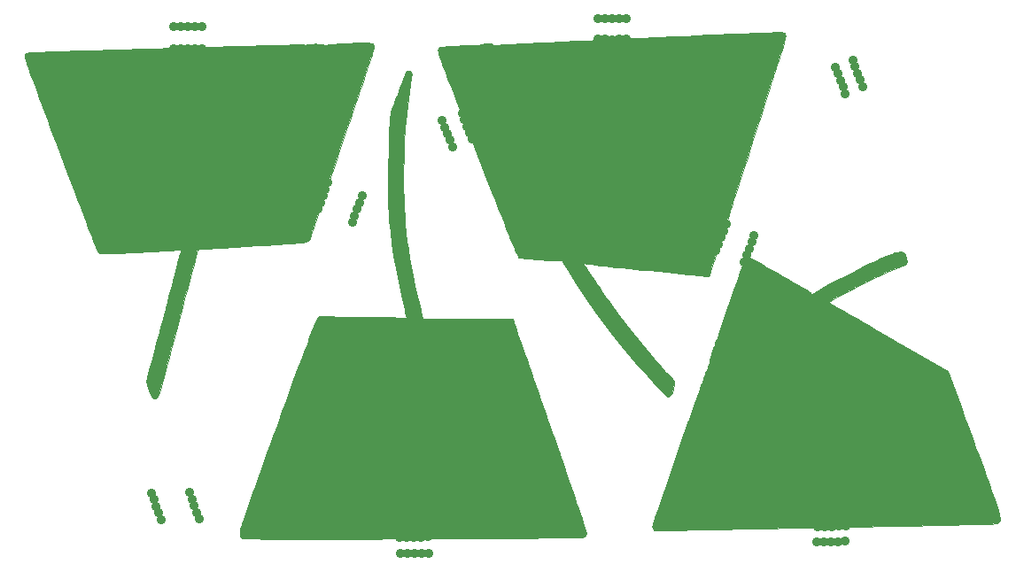
<source format=gbr>
G04 #@! TF.GenerationSoftware,KiCad,Pcbnew,5.0.0-fee4fd1~66~ubuntu16.04.1*
G04 #@! TF.CreationDate,2018-10-06T10:52:46+08:00*
G04 #@! TF.ProjectId,corners,636F726E6572732E6B696361645F7063,rev?*
G04 #@! TF.SameCoordinates,Original*
G04 #@! TF.FileFunction,Soldermask,Top*
G04 #@! TF.FilePolarity,Negative*
%FSLAX46Y46*%
G04 Gerber Fmt 4.6, Leading zero omitted, Abs format (unit mm)*
G04 Created by KiCad (PCBNEW 5.0.0-fee4fd1~66~ubuntu16.04.1) date Sat Oct  6 10:52:46 2018*
%MOMM*%
%LPD*%
G01*
G04 APERTURE LIST*
%ADD10C,0.010000*%
%ADD11C,0.900000*%
G04 APERTURE END LIST*
D10*
G04 #@! TO.C,*
G36*
X168908198Y-50429710D02*
X168965095Y-50434783D01*
X169093001Y-50461296D01*
X169163070Y-50495741D01*
X169200643Y-50561844D01*
X169231064Y-50683329D01*
X169231189Y-50683885D01*
X169240379Y-50728736D01*
X169245521Y-50774209D01*
X169244660Y-50827713D01*
X169235842Y-50896656D01*
X169217113Y-50988448D01*
X169186516Y-51110498D01*
X169142099Y-51270214D01*
X169081907Y-51475004D01*
X169003984Y-51732278D01*
X168906376Y-52049445D01*
X168787129Y-52433912D01*
X168670976Y-52807333D01*
X168569078Y-53134306D01*
X168465307Y-53466294D01*
X168358516Y-53806872D01*
X168247560Y-54159616D01*
X168131294Y-54528102D01*
X168008572Y-54915906D01*
X167878249Y-55326603D01*
X167739180Y-55763769D01*
X167590220Y-56230980D01*
X167430223Y-56731811D01*
X167258044Y-57269839D01*
X167072538Y-57848638D01*
X166872559Y-58471786D01*
X166656962Y-59142857D01*
X166424602Y-59865427D01*
X166174333Y-60643072D01*
X165905010Y-61479368D01*
X165615488Y-62377890D01*
X165304622Y-63342214D01*
X164971266Y-64375916D01*
X164614275Y-65482572D01*
X164232503Y-66665757D01*
X164182836Y-66819667D01*
X163957200Y-67518870D01*
X163737014Y-68201183D01*
X163523848Y-68861743D01*
X163319271Y-69495688D01*
X163124853Y-70098155D01*
X162942161Y-70664283D01*
X162772765Y-71189210D01*
X162618234Y-71668073D01*
X162480138Y-72096011D01*
X162360044Y-72468161D01*
X162259523Y-72779661D01*
X162180142Y-73025649D01*
X162123472Y-73201263D01*
X162091081Y-73301641D01*
X162089271Y-73307250D01*
X162027524Y-73488370D01*
X161971143Y-73635303D01*
X161926763Y-73731866D01*
X161902664Y-73762333D01*
X161848992Y-73758128D01*
X161712844Y-73745627D01*
X161495989Y-73725004D01*
X161200192Y-73696432D01*
X160827221Y-73660086D01*
X160378844Y-73616138D01*
X159856826Y-73564763D01*
X159262935Y-73506134D01*
X158598938Y-73440423D01*
X157866602Y-73367806D01*
X157067695Y-73288455D01*
X156274000Y-73209513D01*
X155596071Y-73141501D01*
X154927820Y-73073408D01*
X154276156Y-73005991D01*
X153647990Y-72940006D01*
X153050231Y-72876209D01*
X152489789Y-72815356D01*
X151973576Y-72758202D01*
X151508500Y-72705503D01*
X151101471Y-72658016D01*
X150759401Y-72616496D01*
X150489198Y-72581699D01*
X150330049Y-72559304D01*
X150161316Y-72534751D01*
X150028768Y-72516768D01*
X149951273Y-72507849D01*
X149939003Y-72507615D01*
X149956850Y-72546134D01*
X150016969Y-72646735D01*
X150114078Y-72801452D01*
X150242894Y-73002315D01*
X150398132Y-73241358D01*
X150574512Y-73510615D01*
X150766749Y-73802116D01*
X150969560Y-74107896D01*
X151177662Y-74419986D01*
X151385773Y-74730420D01*
X151588609Y-75031230D01*
X151780888Y-75314449D01*
X151957325Y-75572109D01*
X152112639Y-75796244D01*
X152230672Y-75963667D01*
X153298408Y-77418707D01*
X154433310Y-78886054D01*
X155622673Y-80349915D01*
X156853795Y-81794499D01*
X157594419Y-82631167D01*
X157805649Y-82865949D01*
X158002205Y-83083549D01*
X158175899Y-83274967D01*
X158318539Y-83431208D01*
X158421938Y-83543272D01*
X158477904Y-83602161D01*
X158480633Y-83604833D01*
X158590291Y-83756314D01*
X158639999Y-83946154D01*
X158629981Y-84180863D01*
X158560462Y-84466947D01*
X158514961Y-84600195D01*
X158423573Y-84839018D01*
X158346878Y-85009257D01*
X158277278Y-85124005D01*
X158207173Y-85196355D01*
X158148845Y-85231059D01*
X158051934Y-85266015D01*
X157968432Y-85265294D01*
X157878271Y-85221289D01*
X157761385Y-85126394D01*
X157683741Y-85054750D01*
X157577637Y-84949725D01*
X157423789Y-84790253D01*
X157230468Y-84585381D01*
X157005940Y-84344154D01*
X156758475Y-84075618D01*
X156496339Y-83788819D01*
X156227801Y-83492803D01*
X155961130Y-83196616D01*
X155704593Y-82909303D01*
X155466458Y-82639911D01*
X155255727Y-82398333D01*
X153876185Y-80757315D01*
X152548869Y-79085916D01*
X151280793Y-77393638D01*
X150078975Y-75689983D01*
X148950432Y-73984455D01*
X148421167Y-73142596D01*
X147870833Y-72251567D01*
X147595667Y-72270958D01*
X147415358Y-72275625D01*
X147159850Y-72269370D01*
X146827628Y-72252093D01*
X146417175Y-72223690D01*
X145926978Y-72184062D01*
X145355520Y-72133104D01*
X144886333Y-72088708D01*
X144591494Y-72060411D01*
X144323592Y-72035027D01*
X144094444Y-72013650D01*
X143915865Y-71997373D01*
X143799671Y-71987288D01*
X143758754Y-71984402D01*
X143726192Y-71950595D01*
X143668758Y-71848310D01*
X143585855Y-71676162D01*
X143476888Y-71432768D01*
X143341262Y-71116742D01*
X143178381Y-70726701D01*
X142987649Y-70261261D01*
X142768471Y-69719036D01*
X142559614Y-69197379D01*
X142324877Y-68607339D01*
X142066120Y-67954027D01*
X141786186Y-67244755D01*
X141487913Y-66486833D01*
X141174143Y-65687570D01*
X140847716Y-64854277D01*
X140511472Y-63994265D01*
X140168252Y-63114844D01*
X139820895Y-62223324D01*
X139472243Y-61327016D01*
X139125135Y-60433229D01*
X138782411Y-59549275D01*
X138446914Y-58682464D01*
X138121481Y-57840105D01*
X137808955Y-57029510D01*
X137512175Y-56257988D01*
X137233982Y-55532850D01*
X136977215Y-54861407D01*
X136744716Y-54250968D01*
X136539325Y-53708844D01*
X136461066Y-53501260D01*
X136311348Y-53099671D01*
X136193613Y-52769365D01*
X136108564Y-52502948D01*
X136056904Y-52293026D01*
X136039335Y-52132206D01*
X136056560Y-52013094D01*
X136109283Y-51928297D01*
X136198205Y-51870421D01*
X136324029Y-51832073D01*
X136487459Y-51805858D01*
X136623639Y-51790866D01*
X136857665Y-51770385D01*
X137159898Y-51748734D01*
X137513900Y-51726778D01*
X137903236Y-51705381D01*
X138311470Y-51685405D01*
X138722165Y-51667716D01*
X139118886Y-51653175D01*
X139406437Y-51644619D01*
X139712721Y-51634581D01*
X139946591Y-51621811D01*
X140120283Y-51605125D01*
X140246034Y-51583341D01*
X140336082Y-51555274D01*
X140337770Y-51554571D01*
X140480421Y-51519241D01*
X140668548Y-51504884D01*
X140873485Y-51510117D01*
X141066568Y-51533560D01*
X141219132Y-51573829D01*
X141270824Y-51599555D01*
X141370735Y-51638885D01*
X141516236Y-51647566D01*
X141613944Y-51641238D01*
X141704990Y-51634801D01*
X141875394Y-51624652D01*
X142119943Y-51611045D01*
X142433422Y-51594234D01*
X142810617Y-51574475D01*
X143246313Y-51552022D01*
X143735295Y-51527130D01*
X144272350Y-51500053D01*
X144852262Y-51471047D01*
X145469816Y-51440366D01*
X146119799Y-51408264D01*
X146796997Y-51374997D01*
X147496193Y-51340819D01*
X148212174Y-51305984D01*
X148939726Y-51270748D01*
X149673633Y-51235366D01*
X150408682Y-51200091D01*
X151139658Y-51165179D01*
X151861345Y-51130884D01*
X152568531Y-51097461D01*
X153255999Y-51065165D01*
X153918537Y-51034250D01*
X154550928Y-51004972D01*
X155147959Y-50977584D01*
X155704415Y-50952342D01*
X155871833Y-50944814D01*
X156364244Y-50922710D01*
X156914207Y-50897996D01*
X157497628Y-50871758D01*
X158090413Y-50845078D01*
X158668469Y-50819042D01*
X159207700Y-50794733D01*
X159639500Y-50775247D01*
X160787442Y-50723801D01*
X161864655Y-50676326D01*
X162870135Y-50632859D01*
X163802875Y-50593435D01*
X164661868Y-50558092D01*
X165446108Y-50526867D01*
X166154590Y-50499797D01*
X166786307Y-50476917D01*
X167340252Y-50458265D01*
X167815421Y-50443878D01*
X168210806Y-50433792D01*
X168525401Y-50428045D01*
X168758200Y-50426671D01*
X168908198Y-50429710D01*
X168908198Y-50429710D01*
G37*
X168908198Y-50429710D02*
X168965095Y-50434783D01*
X169093001Y-50461296D01*
X169163070Y-50495741D01*
X169200643Y-50561844D01*
X169231064Y-50683329D01*
X169231189Y-50683885D01*
X169240379Y-50728736D01*
X169245521Y-50774209D01*
X169244660Y-50827713D01*
X169235842Y-50896656D01*
X169217113Y-50988448D01*
X169186516Y-51110498D01*
X169142099Y-51270214D01*
X169081907Y-51475004D01*
X169003984Y-51732278D01*
X168906376Y-52049445D01*
X168787129Y-52433912D01*
X168670976Y-52807333D01*
X168569078Y-53134306D01*
X168465307Y-53466294D01*
X168358516Y-53806872D01*
X168247560Y-54159616D01*
X168131294Y-54528102D01*
X168008572Y-54915906D01*
X167878249Y-55326603D01*
X167739180Y-55763769D01*
X167590220Y-56230980D01*
X167430223Y-56731811D01*
X167258044Y-57269839D01*
X167072538Y-57848638D01*
X166872559Y-58471786D01*
X166656962Y-59142857D01*
X166424602Y-59865427D01*
X166174333Y-60643072D01*
X165905010Y-61479368D01*
X165615488Y-62377890D01*
X165304622Y-63342214D01*
X164971266Y-64375916D01*
X164614275Y-65482572D01*
X164232503Y-66665757D01*
X164182836Y-66819667D01*
X163957200Y-67518870D01*
X163737014Y-68201183D01*
X163523848Y-68861743D01*
X163319271Y-69495688D01*
X163124853Y-70098155D01*
X162942161Y-70664283D01*
X162772765Y-71189210D01*
X162618234Y-71668073D01*
X162480138Y-72096011D01*
X162360044Y-72468161D01*
X162259523Y-72779661D01*
X162180142Y-73025649D01*
X162123472Y-73201263D01*
X162091081Y-73301641D01*
X162089271Y-73307250D01*
X162027524Y-73488370D01*
X161971143Y-73635303D01*
X161926763Y-73731866D01*
X161902664Y-73762333D01*
X161848992Y-73758128D01*
X161712844Y-73745627D01*
X161495989Y-73725004D01*
X161200192Y-73696432D01*
X160827221Y-73660086D01*
X160378844Y-73616138D01*
X159856826Y-73564763D01*
X159262935Y-73506134D01*
X158598938Y-73440423D01*
X157866602Y-73367806D01*
X157067695Y-73288455D01*
X156274000Y-73209513D01*
X155596071Y-73141501D01*
X154927820Y-73073408D01*
X154276156Y-73005991D01*
X153647990Y-72940006D01*
X153050231Y-72876209D01*
X152489789Y-72815356D01*
X151973576Y-72758202D01*
X151508500Y-72705503D01*
X151101471Y-72658016D01*
X150759401Y-72616496D01*
X150489198Y-72581699D01*
X150330049Y-72559304D01*
X150161316Y-72534751D01*
X150028768Y-72516768D01*
X149951273Y-72507849D01*
X149939003Y-72507615D01*
X149956850Y-72546134D01*
X150016969Y-72646735D01*
X150114078Y-72801452D01*
X150242894Y-73002315D01*
X150398132Y-73241358D01*
X150574512Y-73510615D01*
X150766749Y-73802116D01*
X150969560Y-74107896D01*
X151177662Y-74419986D01*
X151385773Y-74730420D01*
X151588609Y-75031230D01*
X151780888Y-75314449D01*
X151957325Y-75572109D01*
X152112639Y-75796244D01*
X152230672Y-75963667D01*
X153298408Y-77418707D01*
X154433310Y-78886054D01*
X155622673Y-80349915D01*
X156853795Y-81794499D01*
X157594419Y-82631167D01*
X157805649Y-82865949D01*
X158002205Y-83083549D01*
X158175899Y-83274967D01*
X158318539Y-83431208D01*
X158421938Y-83543272D01*
X158477904Y-83602161D01*
X158480633Y-83604833D01*
X158590291Y-83756314D01*
X158639999Y-83946154D01*
X158629981Y-84180863D01*
X158560462Y-84466947D01*
X158514961Y-84600195D01*
X158423573Y-84839018D01*
X158346878Y-85009257D01*
X158277278Y-85124005D01*
X158207173Y-85196355D01*
X158148845Y-85231059D01*
X158051934Y-85266015D01*
X157968432Y-85265294D01*
X157878271Y-85221289D01*
X157761385Y-85126394D01*
X157683741Y-85054750D01*
X157577637Y-84949725D01*
X157423789Y-84790253D01*
X157230468Y-84585381D01*
X157005940Y-84344154D01*
X156758475Y-84075618D01*
X156496339Y-83788819D01*
X156227801Y-83492803D01*
X155961130Y-83196616D01*
X155704593Y-82909303D01*
X155466458Y-82639911D01*
X155255727Y-82398333D01*
X153876185Y-80757315D01*
X152548869Y-79085916D01*
X151280793Y-77393638D01*
X150078975Y-75689983D01*
X148950432Y-73984455D01*
X148421167Y-73142596D01*
X147870833Y-72251567D01*
X147595667Y-72270958D01*
X147415358Y-72275625D01*
X147159850Y-72269370D01*
X146827628Y-72252093D01*
X146417175Y-72223690D01*
X145926978Y-72184062D01*
X145355520Y-72133104D01*
X144886333Y-72088708D01*
X144591494Y-72060411D01*
X144323592Y-72035027D01*
X144094444Y-72013650D01*
X143915865Y-71997373D01*
X143799671Y-71987288D01*
X143758754Y-71984402D01*
X143726192Y-71950595D01*
X143668758Y-71848310D01*
X143585855Y-71676162D01*
X143476888Y-71432768D01*
X143341262Y-71116742D01*
X143178381Y-70726701D01*
X142987649Y-70261261D01*
X142768471Y-69719036D01*
X142559614Y-69197379D01*
X142324877Y-68607339D01*
X142066120Y-67954027D01*
X141786186Y-67244755D01*
X141487913Y-66486833D01*
X141174143Y-65687570D01*
X140847716Y-64854277D01*
X140511472Y-63994265D01*
X140168252Y-63114844D01*
X139820895Y-62223324D01*
X139472243Y-61327016D01*
X139125135Y-60433229D01*
X138782411Y-59549275D01*
X138446914Y-58682464D01*
X138121481Y-57840105D01*
X137808955Y-57029510D01*
X137512175Y-56257988D01*
X137233982Y-55532850D01*
X136977215Y-54861407D01*
X136744716Y-54250968D01*
X136539325Y-53708844D01*
X136461066Y-53501260D01*
X136311348Y-53099671D01*
X136193613Y-52769365D01*
X136108564Y-52502948D01*
X136056904Y-52293026D01*
X136039335Y-52132206D01*
X136056560Y-52013094D01*
X136109283Y-51928297D01*
X136198205Y-51870421D01*
X136324029Y-51832073D01*
X136487459Y-51805858D01*
X136623639Y-51790866D01*
X136857665Y-51770385D01*
X137159898Y-51748734D01*
X137513900Y-51726778D01*
X137903236Y-51705381D01*
X138311470Y-51685405D01*
X138722165Y-51667716D01*
X139118886Y-51653175D01*
X139406437Y-51644619D01*
X139712721Y-51634581D01*
X139946591Y-51621811D01*
X140120283Y-51605125D01*
X140246034Y-51583341D01*
X140336082Y-51555274D01*
X140337770Y-51554571D01*
X140480421Y-51519241D01*
X140668548Y-51504884D01*
X140873485Y-51510117D01*
X141066568Y-51533560D01*
X141219132Y-51573829D01*
X141270824Y-51599555D01*
X141370735Y-51638885D01*
X141516236Y-51647566D01*
X141613944Y-51641238D01*
X141704990Y-51634801D01*
X141875394Y-51624652D01*
X142119943Y-51611045D01*
X142433422Y-51594234D01*
X142810617Y-51574475D01*
X143246313Y-51552022D01*
X143735295Y-51527130D01*
X144272350Y-51500053D01*
X144852262Y-51471047D01*
X145469816Y-51440366D01*
X146119799Y-51408264D01*
X146796997Y-51374997D01*
X147496193Y-51340819D01*
X148212174Y-51305984D01*
X148939726Y-51270748D01*
X149673633Y-51235366D01*
X150408682Y-51200091D01*
X151139658Y-51165179D01*
X151861345Y-51130884D01*
X152568531Y-51097461D01*
X153255999Y-51065165D01*
X153918537Y-51034250D01*
X154550928Y-51004972D01*
X155147959Y-50977584D01*
X155704415Y-50952342D01*
X155871833Y-50944814D01*
X156364244Y-50922710D01*
X156914207Y-50897996D01*
X157497628Y-50871758D01*
X158090413Y-50845078D01*
X158668469Y-50819042D01*
X159207700Y-50794733D01*
X159639500Y-50775247D01*
X160787442Y-50723801D01*
X161864655Y-50676326D01*
X162870135Y-50632859D01*
X163802875Y-50593435D01*
X164661868Y-50558092D01*
X165446108Y-50526867D01*
X166154590Y-50499797D01*
X166786307Y-50476917D01*
X167340252Y-50458265D01*
X167815421Y-50443878D01*
X168210806Y-50433792D01*
X168525401Y-50428045D01*
X168758200Y-50426671D01*
X168908198Y-50429710D01*
G36*
X129299166Y-51423386D02*
X129418401Y-51430597D01*
X129595243Y-51451476D01*
X129711379Y-51478988D01*
X129790763Y-51520937D01*
X129842712Y-51568844D01*
X129910858Y-51659007D01*
X129942405Y-51733537D01*
X129942667Y-51738281D01*
X129941052Y-51764380D01*
X129935596Y-51800368D01*
X129925381Y-51849009D01*
X129909487Y-51913066D01*
X129886997Y-51995303D01*
X129856993Y-52098484D01*
X129818555Y-52225373D01*
X129770765Y-52378732D01*
X129712705Y-52561327D01*
X129643457Y-52775920D01*
X129562102Y-53025275D01*
X129467722Y-53312156D01*
X129359398Y-53639327D01*
X129236211Y-54009551D01*
X129097245Y-54425592D01*
X128941580Y-54890213D01*
X128768297Y-55406179D01*
X128576479Y-55976253D01*
X128365206Y-56603199D01*
X128133561Y-57289780D01*
X127880626Y-58038761D01*
X127605481Y-58852904D01*
X127307208Y-59734974D01*
X126984890Y-60687734D01*
X126637607Y-61713948D01*
X126264441Y-62816379D01*
X126094474Y-63318441D01*
X125847193Y-64049086D01*
X125607354Y-64758188D01*
X125376359Y-65441582D01*
X125155609Y-66095106D01*
X124946506Y-66714594D01*
X124750451Y-67295882D01*
X124568847Y-67834808D01*
X124403095Y-68327205D01*
X124254597Y-68768911D01*
X124124754Y-69155760D01*
X124014967Y-69483590D01*
X123926640Y-69748235D01*
X123861173Y-69945532D01*
X123819967Y-70071317D01*
X123804426Y-70121425D01*
X123804333Y-70122052D01*
X123772745Y-70193434D01*
X123693938Y-70287792D01*
X123591851Y-70382222D01*
X123490422Y-70453817D01*
X123432142Y-70478184D01*
X123336935Y-70491778D01*
X123163815Y-70509827D01*
X122919396Y-70531893D01*
X122610289Y-70557536D01*
X122243109Y-70586319D01*
X121824467Y-70617801D01*
X121360977Y-70651544D01*
X120859250Y-70687110D01*
X120325901Y-70724059D01*
X119767541Y-70761953D01*
X119190783Y-70800352D01*
X118602241Y-70838819D01*
X118008526Y-70876913D01*
X117416251Y-70914197D01*
X116832030Y-70950231D01*
X116262475Y-70984577D01*
X115714199Y-71016796D01*
X115193814Y-71046449D01*
X114707933Y-71073096D01*
X114263169Y-71096300D01*
X113866135Y-71115622D01*
X113740456Y-71121351D01*
X113487799Y-71133923D01*
X113307755Y-71146640D01*
X113188288Y-71161250D01*
X113117359Y-71179504D01*
X113082933Y-71203150D01*
X113075511Y-71217987D01*
X113005743Y-71457994D01*
X112916138Y-71776430D01*
X112807667Y-72169654D01*
X112681301Y-72634027D01*
X112538013Y-73165907D01*
X112378775Y-73761654D01*
X112204558Y-74417628D01*
X112016334Y-75130189D01*
X111815075Y-75895695D01*
X111601753Y-76710507D01*
X111377340Y-77570983D01*
X111294388Y-77889833D01*
X111026559Y-78916442D01*
X110776932Y-79865894D01*
X110544101Y-80743399D01*
X110326658Y-81554166D01*
X110123198Y-82303404D01*
X109932314Y-82996321D01*
X109752600Y-83638126D01*
X109582649Y-84234028D01*
X109562661Y-84303333D01*
X109470078Y-84619898D01*
X109395354Y-84864679D01*
X109334781Y-85047764D01*
X109284651Y-85179242D01*
X109241257Y-85269204D01*
X109200891Y-85327738D01*
X109177612Y-85351083D01*
X109042781Y-85426178D01*
X108897751Y-85442702D01*
X108773825Y-85397414D01*
X108768679Y-85393417D01*
X108727006Y-85333869D01*
X108663795Y-85212705D01*
X108586705Y-85047777D01*
X108503400Y-84856941D01*
X108421538Y-84658051D01*
X108348783Y-84468962D01*
X108292793Y-84307529D01*
X108271001Y-84233532D01*
X108217190Y-84019604D01*
X108186202Y-83853725D01*
X108178649Y-83709696D01*
X108195143Y-83561320D01*
X108236295Y-83382399D01*
X108295829Y-83170469D01*
X108423631Y-82724054D01*
X108570381Y-82201436D01*
X108734473Y-81608546D01*
X108914301Y-80951315D01*
X109108257Y-80235674D01*
X109314735Y-79467553D01*
X109532130Y-78652884D01*
X109758833Y-77797598D01*
X109993240Y-76907624D01*
X110024332Y-76789167D01*
X110163644Y-76258755D01*
X110305157Y-75721027D01*
X110446084Y-75186507D01*
X110583639Y-74665721D01*
X110715035Y-74169193D01*
X110837486Y-73707447D01*
X110948206Y-73291007D01*
X111044407Y-72930399D01*
X111123304Y-72636146D01*
X111154094Y-72521993D01*
X111237826Y-72209223D01*
X111312726Y-71923314D01*
X111376290Y-71674319D01*
X111426014Y-71472295D01*
X111459394Y-71327294D01*
X111473925Y-71249372D01*
X111473663Y-71238886D01*
X111427002Y-71235438D01*
X111308210Y-71237714D01*
X111129591Y-71245160D01*
X110903447Y-71257222D01*
X110642082Y-71273345D01*
X110505615Y-71282509D01*
X110045961Y-71313390D01*
X109594868Y-71341946D01*
X109138481Y-71368920D01*
X108662944Y-71395053D01*
X108154401Y-71421087D01*
X107598997Y-71447763D01*
X106982876Y-71475823D01*
X106490000Y-71497469D01*
X105840642Y-71523796D01*
X105275210Y-71542809D01*
X104793281Y-71554512D01*
X104394432Y-71558906D01*
X104078238Y-71555994D01*
X103844276Y-71545778D01*
X103692124Y-71528260D01*
X103635876Y-71512502D01*
X103557261Y-71447856D01*
X103475988Y-71319384D01*
X103402040Y-71157988D01*
X103333116Y-70988319D01*
X103235841Y-70742521D01*
X103111431Y-70423802D01*
X102961105Y-70035369D01*
X102786080Y-69580429D01*
X102587574Y-69062188D01*
X102366803Y-68483855D01*
X102124986Y-67848635D01*
X101863340Y-67159737D01*
X101583083Y-66420367D01*
X101285432Y-65633732D01*
X100971604Y-64803040D01*
X100642818Y-63931497D01*
X100300290Y-63022310D01*
X99945239Y-62078687D01*
X99578881Y-61103835D01*
X99202434Y-60100960D01*
X99040361Y-59668837D01*
X98721875Y-58819311D01*
X98431861Y-58045304D01*
X98168975Y-57343092D01*
X97931871Y-56708951D01*
X97719205Y-56139156D01*
X97529633Y-55629985D01*
X97361810Y-55177713D01*
X97214392Y-54778615D01*
X97086033Y-54428969D01*
X96975389Y-54125050D01*
X96881115Y-53863135D01*
X96801867Y-53639499D01*
X96736300Y-53450418D01*
X96683070Y-53292168D01*
X96640832Y-53161026D01*
X96608241Y-53053268D01*
X96583952Y-52965169D01*
X96566621Y-52893006D01*
X96554904Y-52833055D01*
X96547455Y-52781591D01*
X96544893Y-52757686D01*
X96517822Y-52475205D01*
X96751994Y-52407817D01*
X96832430Y-52389844D01*
X96947278Y-52373364D01*
X97103483Y-52357950D01*
X97307986Y-52343178D01*
X97567731Y-52328620D01*
X97889660Y-52313851D01*
X98280716Y-52298446D01*
X98747842Y-52281977D01*
X98870000Y-52277887D01*
X99334267Y-52262731D01*
X99876919Y-52245470D01*
X100491706Y-52226283D01*
X101172378Y-52205350D01*
X101912684Y-52182849D01*
X102706374Y-52158962D01*
X103547197Y-52133866D01*
X104428904Y-52107742D01*
X105345243Y-52080769D01*
X106289964Y-52053126D01*
X107256817Y-52024993D01*
X108239552Y-51996550D01*
X109231918Y-51967977D01*
X110227664Y-51939451D01*
X111220541Y-51911154D01*
X112204298Y-51883264D01*
X113172684Y-51855961D01*
X114119449Y-51829425D01*
X115038343Y-51803835D01*
X115923115Y-51779370D01*
X116767515Y-51756210D01*
X117565293Y-51734535D01*
X118310197Y-51714524D01*
X118995979Y-51696356D01*
X119616386Y-51680211D01*
X120165170Y-51666269D01*
X120184833Y-51665777D01*
X120585961Y-51655599D01*
X120986601Y-51645142D01*
X121372827Y-51634791D01*
X121730712Y-51624931D01*
X122046329Y-51615945D01*
X122305751Y-51608216D01*
X122495052Y-51602130D01*
X122501348Y-51601913D01*
X122809532Y-51595305D01*
X123037170Y-51599526D01*
X123182915Y-51614527D01*
X123228062Y-51627529D01*
X123317928Y-51650928D01*
X123428632Y-51637599D01*
X123533172Y-51606017D01*
X123675624Y-51574169D01*
X123875200Y-51551467D01*
X124110625Y-51538007D01*
X124360623Y-51533884D01*
X124603918Y-51539195D01*
X124819236Y-51554034D01*
X124985300Y-51578498D01*
X125055726Y-51599174D01*
X125184021Y-51636010D01*
X125327526Y-51635938D01*
X125424783Y-51621595D01*
X125605490Y-51595927D01*
X125855739Y-51569833D01*
X126162423Y-51543940D01*
X126512431Y-51518874D01*
X126892656Y-51495264D01*
X127289989Y-51473735D01*
X127691321Y-51454915D01*
X128083544Y-51439430D01*
X128453548Y-51427908D01*
X128788226Y-51420975D01*
X129074468Y-51419259D01*
X129299166Y-51423386D01*
X129299166Y-51423386D01*
G37*
X129299166Y-51423386D02*
X129418401Y-51430597D01*
X129595243Y-51451476D01*
X129711379Y-51478988D01*
X129790763Y-51520937D01*
X129842712Y-51568844D01*
X129910858Y-51659007D01*
X129942405Y-51733537D01*
X129942667Y-51738281D01*
X129941052Y-51764380D01*
X129935596Y-51800368D01*
X129925381Y-51849009D01*
X129909487Y-51913066D01*
X129886997Y-51995303D01*
X129856993Y-52098484D01*
X129818555Y-52225373D01*
X129770765Y-52378732D01*
X129712705Y-52561327D01*
X129643457Y-52775920D01*
X129562102Y-53025275D01*
X129467722Y-53312156D01*
X129359398Y-53639327D01*
X129236211Y-54009551D01*
X129097245Y-54425592D01*
X128941580Y-54890213D01*
X128768297Y-55406179D01*
X128576479Y-55976253D01*
X128365206Y-56603199D01*
X128133561Y-57289780D01*
X127880626Y-58038761D01*
X127605481Y-58852904D01*
X127307208Y-59734974D01*
X126984890Y-60687734D01*
X126637607Y-61713948D01*
X126264441Y-62816379D01*
X126094474Y-63318441D01*
X125847193Y-64049086D01*
X125607354Y-64758188D01*
X125376359Y-65441582D01*
X125155609Y-66095106D01*
X124946506Y-66714594D01*
X124750451Y-67295882D01*
X124568847Y-67834808D01*
X124403095Y-68327205D01*
X124254597Y-68768911D01*
X124124754Y-69155760D01*
X124014967Y-69483590D01*
X123926640Y-69748235D01*
X123861173Y-69945532D01*
X123819967Y-70071317D01*
X123804426Y-70121425D01*
X123804333Y-70122052D01*
X123772745Y-70193434D01*
X123693938Y-70287792D01*
X123591851Y-70382222D01*
X123490422Y-70453817D01*
X123432142Y-70478184D01*
X123336935Y-70491778D01*
X123163815Y-70509827D01*
X122919396Y-70531893D01*
X122610289Y-70557536D01*
X122243109Y-70586319D01*
X121824467Y-70617801D01*
X121360977Y-70651544D01*
X120859250Y-70687110D01*
X120325901Y-70724059D01*
X119767541Y-70761953D01*
X119190783Y-70800352D01*
X118602241Y-70838819D01*
X118008526Y-70876913D01*
X117416251Y-70914197D01*
X116832030Y-70950231D01*
X116262475Y-70984577D01*
X115714199Y-71016796D01*
X115193814Y-71046449D01*
X114707933Y-71073096D01*
X114263169Y-71096300D01*
X113866135Y-71115622D01*
X113740456Y-71121351D01*
X113487799Y-71133923D01*
X113307755Y-71146640D01*
X113188288Y-71161250D01*
X113117359Y-71179504D01*
X113082933Y-71203150D01*
X113075511Y-71217987D01*
X113005743Y-71457994D01*
X112916138Y-71776430D01*
X112807667Y-72169654D01*
X112681301Y-72634027D01*
X112538013Y-73165907D01*
X112378775Y-73761654D01*
X112204558Y-74417628D01*
X112016334Y-75130189D01*
X111815075Y-75895695D01*
X111601753Y-76710507D01*
X111377340Y-77570983D01*
X111294388Y-77889833D01*
X111026559Y-78916442D01*
X110776932Y-79865894D01*
X110544101Y-80743399D01*
X110326658Y-81554166D01*
X110123198Y-82303404D01*
X109932314Y-82996321D01*
X109752600Y-83638126D01*
X109582649Y-84234028D01*
X109562661Y-84303333D01*
X109470078Y-84619898D01*
X109395354Y-84864679D01*
X109334781Y-85047764D01*
X109284651Y-85179242D01*
X109241257Y-85269204D01*
X109200891Y-85327738D01*
X109177612Y-85351083D01*
X109042781Y-85426178D01*
X108897751Y-85442702D01*
X108773825Y-85397414D01*
X108768679Y-85393417D01*
X108727006Y-85333869D01*
X108663795Y-85212705D01*
X108586705Y-85047777D01*
X108503400Y-84856941D01*
X108421538Y-84658051D01*
X108348783Y-84468962D01*
X108292793Y-84307529D01*
X108271001Y-84233532D01*
X108217190Y-84019604D01*
X108186202Y-83853725D01*
X108178649Y-83709696D01*
X108195143Y-83561320D01*
X108236295Y-83382399D01*
X108295829Y-83170469D01*
X108423631Y-82724054D01*
X108570381Y-82201436D01*
X108734473Y-81608546D01*
X108914301Y-80951315D01*
X109108257Y-80235674D01*
X109314735Y-79467553D01*
X109532130Y-78652884D01*
X109758833Y-77797598D01*
X109993240Y-76907624D01*
X110024332Y-76789167D01*
X110163644Y-76258755D01*
X110305157Y-75721027D01*
X110446084Y-75186507D01*
X110583639Y-74665721D01*
X110715035Y-74169193D01*
X110837486Y-73707447D01*
X110948206Y-73291007D01*
X111044407Y-72930399D01*
X111123304Y-72636146D01*
X111154094Y-72521993D01*
X111237826Y-72209223D01*
X111312726Y-71923314D01*
X111376290Y-71674319D01*
X111426014Y-71472295D01*
X111459394Y-71327294D01*
X111473925Y-71249372D01*
X111473663Y-71238886D01*
X111427002Y-71235438D01*
X111308210Y-71237714D01*
X111129591Y-71245160D01*
X110903447Y-71257222D01*
X110642082Y-71273345D01*
X110505615Y-71282509D01*
X110045961Y-71313390D01*
X109594868Y-71341946D01*
X109138481Y-71368920D01*
X108662944Y-71395053D01*
X108154401Y-71421087D01*
X107598997Y-71447763D01*
X106982876Y-71475823D01*
X106490000Y-71497469D01*
X105840642Y-71523796D01*
X105275210Y-71542809D01*
X104793281Y-71554512D01*
X104394432Y-71558906D01*
X104078238Y-71555994D01*
X103844276Y-71545778D01*
X103692124Y-71528260D01*
X103635876Y-71512502D01*
X103557261Y-71447856D01*
X103475988Y-71319384D01*
X103402040Y-71157988D01*
X103333116Y-70988319D01*
X103235841Y-70742521D01*
X103111431Y-70423802D01*
X102961105Y-70035369D01*
X102786080Y-69580429D01*
X102587574Y-69062188D01*
X102366803Y-68483855D01*
X102124986Y-67848635D01*
X101863340Y-67159737D01*
X101583083Y-66420367D01*
X101285432Y-65633732D01*
X100971604Y-64803040D01*
X100642818Y-63931497D01*
X100300290Y-63022310D01*
X99945239Y-62078687D01*
X99578881Y-61103835D01*
X99202434Y-60100960D01*
X99040361Y-59668837D01*
X98721875Y-58819311D01*
X98431861Y-58045304D01*
X98168975Y-57343092D01*
X97931871Y-56708951D01*
X97719205Y-56139156D01*
X97529633Y-55629985D01*
X97361810Y-55177713D01*
X97214392Y-54778615D01*
X97086033Y-54428969D01*
X96975389Y-54125050D01*
X96881115Y-53863135D01*
X96801867Y-53639499D01*
X96736300Y-53450418D01*
X96683070Y-53292168D01*
X96640832Y-53161026D01*
X96608241Y-53053268D01*
X96583952Y-52965169D01*
X96566621Y-52893006D01*
X96554904Y-52833055D01*
X96547455Y-52781591D01*
X96544893Y-52757686D01*
X96517822Y-52475205D01*
X96751994Y-52407817D01*
X96832430Y-52389844D01*
X96947278Y-52373364D01*
X97103483Y-52357950D01*
X97307986Y-52343178D01*
X97567731Y-52328620D01*
X97889660Y-52313851D01*
X98280716Y-52298446D01*
X98747842Y-52281977D01*
X98870000Y-52277887D01*
X99334267Y-52262731D01*
X99876919Y-52245470D01*
X100491706Y-52226283D01*
X101172378Y-52205350D01*
X101912684Y-52182849D01*
X102706374Y-52158962D01*
X103547197Y-52133866D01*
X104428904Y-52107742D01*
X105345243Y-52080769D01*
X106289964Y-52053126D01*
X107256817Y-52024993D01*
X108239552Y-51996550D01*
X109231918Y-51967977D01*
X110227664Y-51939451D01*
X111220541Y-51911154D01*
X112204298Y-51883264D01*
X113172684Y-51855961D01*
X114119449Y-51829425D01*
X115038343Y-51803835D01*
X115923115Y-51779370D01*
X116767515Y-51756210D01*
X117565293Y-51734535D01*
X118310197Y-51714524D01*
X118995979Y-51696356D01*
X119616386Y-51680211D01*
X120165170Y-51666269D01*
X120184833Y-51665777D01*
X120585961Y-51655599D01*
X120986601Y-51645142D01*
X121372827Y-51634791D01*
X121730712Y-51624931D01*
X122046329Y-51615945D01*
X122305751Y-51608216D01*
X122495052Y-51602130D01*
X122501348Y-51601913D01*
X122809532Y-51595305D01*
X123037170Y-51599526D01*
X123182915Y-51614527D01*
X123228062Y-51627529D01*
X123317928Y-51650928D01*
X123428632Y-51637599D01*
X123533172Y-51606017D01*
X123675624Y-51574169D01*
X123875200Y-51551467D01*
X124110625Y-51538007D01*
X124360623Y-51533884D01*
X124603918Y-51539195D01*
X124819236Y-51554034D01*
X124985300Y-51578498D01*
X125055726Y-51599174D01*
X125184021Y-51636010D01*
X125327526Y-51635938D01*
X125424783Y-51621595D01*
X125605490Y-51595927D01*
X125855739Y-51569833D01*
X126162423Y-51543940D01*
X126512431Y-51518874D01*
X126892656Y-51495264D01*
X127289989Y-51473735D01*
X127691321Y-51454915D01*
X128083544Y-51439430D01*
X128453548Y-51427908D01*
X128788226Y-51420975D01*
X129074468Y-51419259D01*
X129299166Y-51423386D01*
G36*
X180357897Y-71420021D02*
X180486279Y-71475435D01*
X180592483Y-71576076D01*
X180687178Y-71723339D01*
X180723690Y-71794519D01*
X180791963Y-71974518D01*
X180833396Y-72167584D01*
X180846340Y-72350887D01*
X180829150Y-72501596D01*
X180781472Y-72595673D01*
X180723828Y-72629222D01*
X180601191Y-72686894D01*
X180427635Y-72762526D01*
X180217233Y-72849957D01*
X180023000Y-72927741D01*
X179580728Y-73104766D01*
X179159383Y-73279843D01*
X178744033Y-73459759D01*
X178319743Y-73651303D01*
X177871581Y-73861264D01*
X177384614Y-74096431D01*
X176843907Y-74363593D01*
X176636333Y-74467351D01*
X176311335Y-74631653D01*
X175964114Y-74809741D01*
X175604281Y-74996470D01*
X175241447Y-75186699D01*
X174885224Y-75375283D01*
X174545222Y-75557079D01*
X174231053Y-75726944D01*
X173952328Y-75879735D01*
X173718658Y-76010309D01*
X173539653Y-76113522D01*
X173424926Y-76184231D01*
X173413198Y-76192170D01*
X173406356Y-76209914D01*
X173426947Y-76239677D01*
X173480594Y-76285020D01*
X173572924Y-76349505D01*
X173709561Y-76436694D01*
X173896131Y-76550149D01*
X174138259Y-76693430D01*
X174441570Y-76870101D01*
X174811690Y-77083722D01*
X174916031Y-77143728D01*
X175171468Y-77290525D01*
X175493028Y-77475286D01*
X175873409Y-77693817D01*
X176305309Y-77941924D01*
X176781428Y-78215414D01*
X177294463Y-78510093D01*
X177837112Y-78821766D01*
X178402074Y-79146241D01*
X178982048Y-79479323D01*
X179569731Y-79816818D01*
X180157823Y-80154532D01*
X180620296Y-80420098D01*
X184752426Y-82792847D01*
X186014372Y-86225673D01*
X186408542Y-87298210D01*
X186774370Y-88294328D01*
X187112896Y-89217013D01*
X187425160Y-90069248D01*
X187712204Y-90854021D01*
X187975068Y-91574315D01*
X188214794Y-92233117D01*
X188432421Y-92833411D01*
X188628991Y-93378182D01*
X188805544Y-93870417D01*
X188963122Y-94313100D01*
X189102765Y-94709216D01*
X189225514Y-95061751D01*
X189332409Y-95373690D01*
X189424492Y-95648018D01*
X189502803Y-95887721D01*
X189568383Y-96095783D01*
X189622273Y-96275191D01*
X189665514Y-96428928D01*
X189699145Y-96559981D01*
X189724210Y-96671335D01*
X189741747Y-96765975D01*
X189752798Y-96846886D01*
X189758403Y-96917053D01*
X189759667Y-96968121D01*
X189750102Y-97112922D01*
X189712178Y-97212909D01*
X189641648Y-97297198D01*
X189523629Y-97415217D01*
X188678564Y-97443011D01*
X188347794Y-97453195D01*
X187933627Y-97464743D01*
X187437322Y-97477628D01*
X186860137Y-97491824D01*
X186203330Y-97507308D01*
X185468161Y-97524051D01*
X184655887Y-97542030D01*
X183767767Y-97561217D01*
X182805060Y-97581588D01*
X181769024Y-97603117D01*
X180660918Y-97625778D01*
X179482000Y-97649544D01*
X178233528Y-97674392D01*
X176916761Y-97700294D01*
X175532957Y-97727225D01*
X174083376Y-97755160D01*
X172569275Y-97784072D01*
X170991913Y-97813937D01*
X169352548Y-97844727D01*
X167652440Y-97876418D01*
X165892845Y-97908984D01*
X165672000Y-97913056D01*
X164644599Y-97932054D01*
X163698501Y-97949649D01*
X162830355Y-97965850D01*
X162036809Y-97980665D01*
X161314512Y-97994104D01*
X160660112Y-98006177D01*
X160070257Y-98016892D01*
X159541597Y-98026259D01*
X159070779Y-98034288D01*
X158654453Y-98040986D01*
X158289265Y-98046364D01*
X157971866Y-98050431D01*
X157698903Y-98053196D01*
X157467025Y-98054668D01*
X157272880Y-98054856D01*
X157113117Y-98053770D01*
X156984384Y-98051420D01*
X156883329Y-98047813D01*
X156806602Y-98042960D01*
X156750850Y-98036870D01*
X156712723Y-98029551D01*
X156688867Y-98021014D01*
X156675933Y-98011267D01*
X156670568Y-98000319D01*
X156669421Y-97988181D01*
X156669140Y-97974861D01*
X156666374Y-97960368D01*
X156657771Y-97944712D01*
X156651743Y-97937923D01*
X156550804Y-97794934D01*
X156528000Y-97688590D01*
X156537043Y-97637692D01*
X156564554Y-97535644D01*
X156611105Y-97380772D01*
X156677268Y-97171401D01*
X156763617Y-96905858D01*
X156870722Y-96582470D01*
X156999157Y-96199561D01*
X157149494Y-95755460D01*
X157322306Y-95248490D01*
X157518164Y-94676980D01*
X157737641Y-94039255D01*
X157981310Y-93333641D01*
X158249743Y-92558464D01*
X158543511Y-91712051D01*
X158863189Y-90792728D01*
X159209347Y-89798820D01*
X159582558Y-88728655D01*
X159983395Y-87580558D01*
X160033893Y-87436000D01*
X160281782Y-86726621D01*
X160503576Y-86092456D01*
X160700989Y-85528747D01*
X160875738Y-85030740D01*
X161029536Y-84593679D01*
X161164099Y-84212807D01*
X161281143Y-83883369D01*
X161382381Y-83600608D01*
X161469529Y-83359770D01*
X161544303Y-83156098D01*
X161608417Y-82984836D01*
X161663586Y-82841229D01*
X161711525Y-82720520D01*
X161753949Y-82617954D01*
X161792574Y-82528775D01*
X161829114Y-82448227D01*
X161844235Y-82415861D01*
X161939814Y-82203316D01*
X161999180Y-82044141D01*
X162028516Y-81918421D01*
X162034006Y-81806238D01*
X162033946Y-81804745D01*
X162040079Y-81654581D01*
X162065049Y-81516919D01*
X162074800Y-81487245D01*
X162113990Y-81376007D01*
X162137257Y-81293512D01*
X162155395Y-81235120D01*
X162198385Y-81109925D01*
X162261753Y-80930547D01*
X162341025Y-80709611D01*
X162431726Y-80459737D01*
X162467396Y-80362179D01*
X162541515Y-80158455D01*
X162626803Y-79921322D01*
X162724583Y-79646985D01*
X162836179Y-79331655D01*
X162962915Y-78971538D01*
X163106113Y-78562842D01*
X163267098Y-78101774D01*
X163447193Y-77584543D01*
X163647720Y-77007357D01*
X163870005Y-76366422D01*
X164115369Y-75657947D01*
X164385138Y-74878140D01*
X164680633Y-74023208D01*
X164777446Y-73742972D01*
X164911860Y-73356073D01*
X165039060Y-72994190D01*
X165156211Y-72665098D01*
X165260473Y-72376571D01*
X165349010Y-72136383D01*
X165418984Y-71952308D01*
X165467558Y-71832122D01*
X165491894Y-71783598D01*
X165492795Y-71783012D01*
X165535974Y-71801088D01*
X165646335Y-71858055D01*
X165817730Y-71950482D01*
X166044011Y-72074940D01*
X166319030Y-72228001D01*
X166636637Y-72406234D01*
X166990684Y-72606210D01*
X167375024Y-72824499D01*
X167783506Y-73057673D01*
X167985295Y-73173272D01*
X168584238Y-73516753D01*
X169114023Y-73820624D01*
X169578886Y-74087490D01*
X169983061Y-74319954D01*
X170330784Y-74520619D01*
X170626289Y-74692090D01*
X170873813Y-74836969D01*
X171077590Y-74957861D01*
X171241854Y-75057370D01*
X171370842Y-75138099D01*
X171468789Y-75202651D01*
X171539929Y-75253630D01*
X171588497Y-75293640D01*
X171618730Y-75325285D01*
X171634861Y-75351168D01*
X171641127Y-75373893D01*
X171641761Y-75396064D01*
X171641000Y-75420283D01*
X171641000Y-75420712D01*
X171652234Y-75485492D01*
X171665623Y-75498000D01*
X171708199Y-75478384D01*
X171813902Y-75423422D01*
X171971878Y-75338943D01*
X172171273Y-75230776D01*
X172401234Y-75104748D01*
X172522873Y-75037639D01*
X173385721Y-74562925D01*
X174181382Y-74130258D01*
X174914722Y-73737225D01*
X175590610Y-73381411D01*
X176213911Y-73060404D01*
X176789492Y-72771790D01*
X177322221Y-72513155D01*
X177816963Y-72282087D01*
X178278587Y-72076171D01*
X178711958Y-71892994D01*
X179121944Y-71730143D01*
X179409167Y-71622745D01*
X179732970Y-71511196D01*
X179991913Y-71439295D01*
X180196665Y-71408439D01*
X180357897Y-71420021D01*
X180357897Y-71420021D01*
G37*
X180357897Y-71420021D02*
X180486279Y-71475435D01*
X180592483Y-71576076D01*
X180687178Y-71723339D01*
X180723690Y-71794519D01*
X180791963Y-71974518D01*
X180833396Y-72167584D01*
X180846340Y-72350887D01*
X180829150Y-72501596D01*
X180781472Y-72595673D01*
X180723828Y-72629222D01*
X180601191Y-72686894D01*
X180427635Y-72762526D01*
X180217233Y-72849957D01*
X180023000Y-72927741D01*
X179580728Y-73104766D01*
X179159383Y-73279843D01*
X178744033Y-73459759D01*
X178319743Y-73651303D01*
X177871581Y-73861264D01*
X177384614Y-74096431D01*
X176843907Y-74363593D01*
X176636333Y-74467351D01*
X176311335Y-74631653D01*
X175964114Y-74809741D01*
X175604281Y-74996470D01*
X175241447Y-75186699D01*
X174885224Y-75375283D01*
X174545222Y-75557079D01*
X174231053Y-75726944D01*
X173952328Y-75879735D01*
X173718658Y-76010309D01*
X173539653Y-76113522D01*
X173424926Y-76184231D01*
X173413198Y-76192170D01*
X173406356Y-76209914D01*
X173426947Y-76239677D01*
X173480594Y-76285020D01*
X173572924Y-76349505D01*
X173709561Y-76436694D01*
X173896131Y-76550149D01*
X174138259Y-76693430D01*
X174441570Y-76870101D01*
X174811690Y-77083722D01*
X174916031Y-77143728D01*
X175171468Y-77290525D01*
X175493028Y-77475286D01*
X175873409Y-77693817D01*
X176305309Y-77941924D01*
X176781428Y-78215414D01*
X177294463Y-78510093D01*
X177837112Y-78821766D01*
X178402074Y-79146241D01*
X178982048Y-79479323D01*
X179569731Y-79816818D01*
X180157823Y-80154532D01*
X180620296Y-80420098D01*
X184752426Y-82792847D01*
X186014372Y-86225673D01*
X186408542Y-87298210D01*
X186774370Y-88294328D01*
X187112896Y-89217013D01*
X187425160Y-90069248D01*
X187712204Y-90854021D01*
X187975068Y-91574315D01*
X188214794Y-92233117D01*
X188432421Y-92833411D01*
X188628991Y-93378182D01*
X188805544Y-93870417D01*
X188963122Y-94313100D01*
X189102765Y-94709216D01*
X189225514Y-95061751D01*
X189332409Y-95373690D01*
X189424492Y-95648018D01*
X189502803Y-95887721D01*
X189568383Y-96095783D01*
X189622273Y-96275191D01*
X189665514Y-96428928D01*
X189699145Y-96559981D01*
X189724210Y-96671335D01*
X189741747Y-96765975D01*
X189752798Y-96846886D01*
X189758403Y-96917053D01*
X189759667Y-96968121D01*
X189750102Y-97112922D01*
X189712178Y-97212909D01*
X189641648Y-97297198D01*
X189523629Y-97415217D01*
X188678564Y-97443011D01*
X188347794Y-97453195D01*
X187933627Y-97464743D01*
X187437322Y-97477628D01*
X186860137Y-97491824D01*
X186203330Y-97507308D01*
X185468161Y-97524051D01*
X184655887Y-97542030D01*
X183767767Y-97561217D01*
X182805060Y-97581588D01*
X181769024Y-97603117D01*
X180660918Y-97625778D01*
X179482000Y-97649544D01*
X178233528Y-97674392D01*
X176916761Y-97700294D01*
X175532957Y-97727225D01*
X174083376Y-97755160D01*
X172569275Y-97784072D01*
X170991913Y-97813937D01*
X169352548Y-97844727D01*
X167652440Y-97876418D01*
X165892845Y-97908984D01*
X165672000Y-97913056D01*
X164644599Y-97932054D01*
X163698501Y-97949649D01*
X162830355Y-97965850D01*
X162036809Y-97980665D01*
X161314512Y-97994104D01*
X160660112Y-98006177D01*
X160070257Y-98016892D01*
X159541597Y-98026259D01*
X159070779Y-98034288D01*
X158654453Y-98040986D01*
X158289265Y-98046364D01*
X157971866Y-98050431D01*
X157698903Y-98053196D01*
X157467025Y-98054668D01*
X157272880Y-98054856D01*
X157113117Y-98053770D01*
X156984384Y-98051420D01*
X156883329Y-98047813D01*
X156806602Y-98042960D01*
X156750850Y-98036870D01*
X156712723Y-98029551D01*
X156688867Y-98021014D01*
X156675933Y-98011267D01*
X156670568Y-98000319D01*
X156669421Y-97988181D01*
X156669140Y-97974861D01*
X156666374Y-97960368D01*
X156657771Y-97944712D01*
X156651743Y-97937923D01*
X156550804Y-97794934D01*
X156528000Y-97688590D01*
X156537043Y-97637692D01*
X156564554Y-97535644D01*
X156611105Y-97380772D01*
X156677268Y-97171401D01*
X156763617Y-96905858D01*
X156870722Y-96582470D01*
X156999157Y-96199561D01*
X157149494Y-95755460D01*
X157322306Y-95248490D01*
X157518164Y-94676980D01*
X157737641Y-94039255D01*
X157981310Y-93333641D01*
X158249743Y-92558464D01*
X158543511Y-91712051D01*
X158863189Y-90792728D01*
X159209347Y-89798820D01*
X159582558Y-88728655D01*
X159983395Y-87580558D01*
X160033893Y-87436000D01*
X160281782Y-86726621D01*
X160503576Y-86092456D01*
X160700989Y-85528747D01*
X160875738Y-85030740D01*
X161029536Y-84593679D01*
X161164099Y-84212807D01*
X161281143Y-83883369D01*
X161382381Y-83600608D01*
X161469529Y-83359770D01*
X161544303Y-83156098D01*
X161608417Y-82984836D01*
X161663586Y-82841229D01*
X161711525Y-82720520D01*
X161753949Y-82617954D01*
X161792574Y-82528775D01*
X161829114Y-82448227D01*
X161844235Y-82415861D01*
X161939814Y-82203316D01*
X161999180Y-82044141D01*
X162028516Y-81918421D01*
X162034006Y-81806238D01*
X162033946Y-81804745D01*
X162040079Y-81654581D01*
X162065049Y-81516919D01*
X162074800Y-81487245D01*
X162113990Y-81376007D01*
X162137257Y-81293512D01*
X162155395Y-81235120D01*
X162198385Y-81109925D01*
X162261753Y-80930547D01*
X162341025Y-80709611D01*
X162431726Y-80459737D01*
X162467396Y-80362179D01*
X162541515Y-80158455D01*
X162626803Y-79921322D01*
X162724583Y-79646985D01*
X162836179Y-79331655D01*
X162962915Y-78971538D01*
X163106113Y-78562842D01*
X163267098Y-78101774D01*
X163447193Y-77584543D01*
X163647720Y-77007357D01*
X163870005Y-76366422D01*
X164115369Y-75657947D01*
X164385138Y-74878140D01*
X164680633Y-74023208D01*
X164777446Y-73742972D01*
X164911860Y-73356073D01*
X165039060Y-72994190D01*
X165156211Y-72665098D01*
X165260473Y-72376571D01*
X165349010Y-72136383D01*
X165418984Y-71952308D01*
X165467558Y-71832122D01*
X165491894Y-71783598D01*
X165492795Y-71783012D01*
X165535974Y-71801088D01*
X165646335Y-71858055D01*
X165817730Y-71950482D01*
X166044011Y-72074940D01*
X166319030Y-72228001D01*
X166636637Y-72406234D01*
X166990684Y-72606210D01*
X167375024Y-72824499D01*
X167783506Y-73057673D01*
X167985295Y-73173272D01*
X168584238Y-73516753D01*
X169114023Y-73820624D01*
X169578886Y-74087490D01*
X169983061Y-74319954D01*
X170330784Y-74520619D01*
X170626289Y-74692090D01*
X170873813Y-74836969D01*
X171077590Y-74957861D01*
X171241854Y-75057370D01*
X171370842Y-75138099D01*
X171468789Y-75202651D01*
X171539929Y-75253630D01*
X171588497Y-75293640D01*
X171618730Y-75325285D01*
X171634861Y-75351168D01*
X171641127Y-75373893D01*
X171641761Y-75396064D01*
X171641000Y-75420283D01*
X171641000Y-75420712D01*
X171652234Y-75485492D01*
X171665623Y-75498000D01*
X171708199Y-75478384D01*
X171813902Y-75423422D01*
X171971878Y-75338943D01*
X172171273Y-75230776D01*
X172401234Y-75104748D01*
X172522873Y-75037639D01*
X173385721Y-74562925D01*
X174181382Y-74130258D01*
X174914722Y-73737225D01*
X175590610Y-73381411D01*
X176213911Y-73060404D01*
X176789492Y-72771790D01*
X177322221Y-72513155D01*
X177816963Y-72282087D01*
X178278587Y-72076171D01*
X178711958Y-71892994D01*
X179121944Y-71730143D01*
X179409167Y-71622745D01*
X179732970Y-71511196D01*
X179991913Y-71439295D01*
X180196665Y-71408439D01*
X180357897Y-71420021D01*
G36*
X133274405Y-54095795D02*
X133348082Y-54118747D01*
X133415195Y-54149286D01*
X133464988Y-54189769D01*
X133497854Y-54250074D01*
X133514185Y-54340078D01*
X133514373Y-54469656D01*
X133498809Y-54648686D01*
X133467887Y-54887044D01*
X133421997Y-55194607D01*
X133397132Y-55354612D01*
X133191764Y-56775046D01*
X133025552Y-58166549D01*
X132897347Y-59546820D01*
X132805994Y-60933558D01*
X132750344Y-62344463D01*
X132729243Y-63797234D01*
X132741541Y-65309569D01*
X132743294Y-65401500D01*
X132766499Y-66300284D01*
X132800725Y-67154330D01*
X132847433Y-67974706D01*
X132908084Y-68772480D01*
X132984139Y-69558719D01*
X133077060Y-70344493D01*
X133188307Y-71140868D01*
X133319342Y-71958913D01*
X133471625Y-72809697D01*
X133646618Y-73704286D01*
X133845782Y-74653750D01*
X134070578Y-75669155D01*
X134137598Y-75963667D01*
X134214287Y-76299128D01*
X134288189Y-76622850D01*
X134356277Y-76921533D01*
X134415522Y-77181881D01*
X134462897Y-77390597D01*
X134495374Y-77534384D01*
X134502191Y-77564804D01*
X134539552Y-77722323D01*
X134569641Y-77812085D01*
X134601106Y-77849491D01*
X134642598Y-77849941D01*
X134659451Y-77844780D01*
X134726314Y-77836341D01*
X134870492Y-77828596D01*
X135084634Y-77821579D01*
X135361391Y-77815327D01*
X135693411Y-77809873D01*
X136073346Y-77805253D01*
X136493845Y-77801500D01*
X136947559Y-77798651D01*
X137427136Y-77796740D01*
X137925229Y-77795802D01*
X138434486Y-77795871D01*
X138947557Y-77796983D01*
X139457093Y-77799172D01*
X139955744Y-77802473D01*
X140436159Y-77806921D01*
X140890989Y-77812552D01*
X141028386Y-77814585D01*
X143160606Y-77847500D01*
X143258725Y-78122667D01*
X143289831Y-78210729D01*
X143347009Y-78373498D01*
X143428431Y-78605742D01*
X143532271Y-78902229D01*
X143656700Y-79257726D01*
X143799891Y-79667004D01*
X143960016Y-80124830D01*
X144135248Y-80625973D01*
X144323759Y-81165200D01*
X144523721Y-81737281D01*
X144733308Y-82336984D01*
X144950691Y-82959077D01*
X145174043Y-83598328D01*
X145401536Y-84249507D01*
X145631343Y-84907381D01*
X145861636Y-85566719D01*
X146090587Y-86222289D01*
X146316370Y-86868860D01*
X146537156Y-87501199D01*
X146751117Y-88114076D01*
X146956427Y-88702259D01*
X147151258Y-89260517D01*
X147333781Y-89783617D01*
X147502170Y-90266328D01*
X147654597Y-90703418D01*
X147789234Y-91089656D01*
X147904254Y-91419811D01*
X147997829Y-91688650D01*
X148005835Y-91711667D01*
X148284599Y-92514868D01*
X148550557Y-93284508D01*
X148801924Y-94015327D01*
X149036916Y-94702066D01*
X149253748Y-95339467D01*
X149450637Y-95922271D01*
X149625797Y-96445220D01*
X149777445Y-96903053D01*
X149903795Y-97290514D01*
X149983659Y-97540559D01*
X150226528Y-98310619D01*
X150143632Y-98498018D01*
X150080162Y-98618779D01*
X150012162Y-98681765D01*
X149918285Y-98710434D01*
X149843197Y-98716370D01*
X149687123Y-98722447D01*
X149453743Y-98728645D01*
X149146736Y-98734945D01*
X148769784Y-98741330D01*
X148326565Y-98747781D01*
X147820761Y-98754278D01*
X147256051Y-98760803D01*
X146636116Y-98767337D01*
X145964635Y-98773862D01*
X145245289Y-98780360D01*
X144481758Y-98786810D01*
X143677722Y-98793195D01*
X142836861Y-98799496D01*
X141962856Y-98805694D01*
X141059385Y-98811770D01*
X140130131Y-98817706D01*
X139178772Y-98823483D01*
X138208988Y-98829083D01*
X137224461Y-98834486D01*
X136228870Y-98839675D01*
X135225895Y-98844629D01*
X134219216Y-98849332D01*
X133212513Y-98853763D01*
X132209467Y-98857904D01*
X131213758Y-98861737D01*
X130229066Y-98865243D01*
X129259070Y-98868403D01*
X128307452Y-98871198D01*
X127377890Y-98873610D01*
X126474066Y-98875620D01*
X125599660Y-98877210D01*
X124758351Y-98878360D01*
X123953819Y-98879052D01*
X123189746Y-98879267D01*
X122469810Y-98878987D01*
X121797693Y-98878193D01*
X121177073Y-98876866D01*
X120611633Y-98874987D01*
X120105050Y-98872538D01*
X119661006Y-98869500D01*
X119295833Y-98866000D01*
X118787663Y-98859341D01*
X118361185Y-98851793D01*
X118013428Y-98843249D01*
X117741422Y-98833601D01*
X117542195Y-98822744D01*
X117412778Y-98810569D01*
X117350199Y-98796970D01*
X117348026Y-98795838D01*
X117223940Y-98702634D01*
X117142789Y-98584446D01*
X117103870Y-98431714D01*
X117106476Y-98234880D01*
X117149901Y-97984384D01*
X117233440Y-97670668D01*
X117258786Y-97586838D01*
X117328014Y-97369721D01*
X117424766Y-97078254D01*
X117547209Y-96717507D01*
X117693515Y-96292545D01*
X117861853Y-95808437D01*
X118050393Y-95270249D01*
X118257304Y-94683048D01*
X118480758Y-94051903D01*
X118718923Y-93381879D01*
X118969970Y-92678046D01*
X119232069Y-91945468D01*
X119503388Y-91189215D01*
X119782099Y-90414352D01*
X120066371Y-89625948D01*
X120354373Y-88829070D01*
X120644277Y-88028784D01*
X120934251Y-87230159D01*
X121222466Y-86438261D01*
X121507091Y-85658157D01*
X121786297Y-84894915D01*
X122058253Y-84153602D01*
X122321128Y-83439285D01*
X122573094Y-82757032D01*
X122812320Y-82111910D01*
X123036975Y-81508986D01*
X123245230Y-80953326D01*
X123435254Y-80450000D01*
X123605218Y-80004073D01*
X123669391Y-79837167D01*
X123853041Y-79362830D01*
X124009981Y-78961950D01*
X124142759Y-78628535D01*
X124253924Y-78356591D01*
X124346024Y-78140126D01*
X124421609Y-77973147D01*
X124483227Y-77849660D01*
X124533426Y-77763674D01*
X124574050Y-77709958D01*
X124672167Y-77603191D01*
X127677833Y-77631585D01*
X128213566Y-77637041D01*
X128753913Y-77643285D01*
X129288194Y-77650150D01*
X129805729Y-77657466D01*
X130295839Y-77665065D01*
X130747844Y-77672779D01*
X131151064Y-77680440D01*
X131494820Y-77687879D01*
X131768432Y-77694927D01*
X131847628Y-77697334D01*
X132151817Y-77706844D01*
X132426609Y-77714953D01*
X132661159Y-77721380D01*
X132844625Y-77725844D01*
X132966162Y-77728064D01*
X133014926Y-77727760D01*
X133015378Y-77727594D01*
X133007329Y-77686212D01*
X132982763Y-77575229D01*
X132944596Y-77407452D01*
X132895742Y-77195687D01*
X132839116Y-76952740D01*
X132835507Y-76937333D01*
X132522101Y-75554931D01*
X132245808Y-74239940D01*
X132005268Y-72984351D01*
X131799125Y-71780155D01*
X131626018Y-70619341D01*
X131484591Y-69493900D01*
X131373484Y-68395821D01*
X131359269Y-68232021D01*
X131339736Y-67992539D01*
X131322403Y-67756838D01*
X131307292Y-67520160D01*
X131294423Y-67277747D01*
X131283818Y-67024842D01*
X131275497Y-66756688D01*
X131269482Y-66468525D01*
X131265794Y-66155598D01*
X131264454Y-65813147D01*
X131265483Y-65436416D01*
X131268903Y-65020646D01*
X131274734Y-64561080D01*
X131282998Y-64052961D01*
X131293716Y-63491530D01*
X131306909Y-62872029D01*
X131322597Y-62189702D01*
X131340803Y-61439790D01*
X131361548Y-60617536D01*
X131384852Y-59718181D01*
X131399603Y-59157333D01*
X131408521Y-58912227D01*
X131423680Y-58700287D01*
X131448852Y-58505434D01*
X131487807Y-58311588D01*
X131544317Y-58102671D01*
X131622153Y-57862601D01*
X131725085Y-57575300D01*
X131846373Y-57252333D01*
X131898830Y-57111885D01*
X131974001Y-56907299D01*
X132066207Y-56654202D01*
X132169769Y-56368220D01*
X132279008Y-56064979D01*
X132361767Y-55834167D01*
X132471768Y-55530521D01*
X132581432Y-55234719D01*
X132684972Y-54961862D01*
X132776598Y-54727055D01*
X132850524Y-54545400D01*
X132891834Y-54451053D01*
X132989390Y-54262114D01*
X133077415Y-54145938D01*
X133168292Y-54093505D01*
X133274405Y-54095795D01*
X133274405Y-54095795D01*
G37*
X133274405Y-54095795D02*
X133348082Y-54118747D01*
X133415195Y-54149286D01*
X133464988Y-54189769D01*
X133497854Y-54250074D01*
X133514185Y-54340078D01*
X133514373Y-54469656D01*
X133498809Y-54648686D01*
X133467887Y-54887044D01*
X133421997Y-55194607D01*
X133397132Y-55354612D01*
X133191764Y-56775046D01*
X133025552Y-58166549D01*
X132897347Y-59546820D01*
X132805994Y-60933558D01*
X132750344Y-62344463D01*
X132729243Y-63797234D01*
X132741541Y-65309569D01*
X132743294Y-65401500D01*
X132766499Y-66300284D01*
X132800725Y-67154330D01*
X132847433Y-67974706D01*
X132908084Y-68772480D01*
X132984139Y-69558719D01*
X133077060Y-70344493D01*
X133188307Y-71140868D01*
X133319342Y-71958913D01*
X133471625Y-72809697D01*
X133646618Y-73704286D01*
X133845782Y-74653750D01*
X134070578Y-75669155D01*
X134137598Y-75963667D01*
X134214287Y-76299128D01*
X134288189Y-76622850D01*
X134356277Y-76921533D01*
X134415522Y-77181881D01*
X134462897Y-77390597D01*
X134495374Y-77534384D01*
X134502191Y-77564804D01*
X134539552Y-77722323D01*
X134569641Y-77812085D01*
X134601106Y-77849491D01*
X134642598Y-77849941D01*
X134659451Y-77844780D01*
X134726314Y-77836341D01*
X134870492Y-77828596D01*
X135084634Y-77821579D01*
X135361391Y-77815327D01*
X135693411Y-77809873D01*
X136073346Y-77805253D01*
X136493845Y-77801500D01*
X136947559Y-77798651D01*
X137427136Y-77796740D01*
X137925229Y-77795802D01*
X138434486Y-77795871D01*
X138947557Y-77796983D01*
X139457093Y-77799172D01*
X139955744Y-77802473D01*
X140436159Y-77806921D01*
X140890989Y-77812552D01*
X141028386Y-77814585D01*
X143160606Y-77847500D01*
X143258725Y-78122667D01*
X143289831Y-78210729D01*
X143347009Y-78373498D01*
X143428431Y-78605742D01*
X143532271Y-78902229D01*
X143656700Y-79257726D01*
X143799891Y-79667004D01*
X143960016Y-80124830D01*
X144135248Y-80625973D01*
X144323759Y-81165200D01*
X144523721Y-81737281D01*
X144733308Y-82336984D01*
X144950691Y-82959077D01*
X145174043Y-83598328D01*
X145401536Y-84249507D01*
X145631343Y-84907381D01*
X145861636Y-85566719D01*
X146090587Y-86222289D01*
X146316370Y-86868860D01*
X146537156Y-87501199D01*
X146751117Y-88114076D01*
X146956427Y-88702259D01*
X147151258Y-89260517D01*
X147333781Y-89783617D01*
X147502170Y-90266328D01*
X147654597Y-90703418D01*
X147789234Y-91089656D01*
X147904254Y-91419811D01*
X147997829Y-91688650D01*
X148005835Y-91711667D01*
X148284599Y-92514868D01*
X148550557Y-93284508D01*
X148801924Y-94015327D01*
X149036916Y-94702066D01*
X149253748Y-95339467D01*
X149450637Y-95922271D01*
X149625797Y-96445220D01*
X149777445Y-96903053D01*
X149903795Y-97290514D01*
X149983659Y-97540559D01*
X150226528Y-98310619D01*
X150143632Y-98498018D01*
X150080162Y-98618779D01*
X150012162Y-98681765D01*
X149918285Y-98710434D01*
X149843197Y-98716370D01*
X149687123Y-98722447D01*
X149453743Y-98728645D01*
X149146736Y-98734945D01*
X148769784Y-98741330D01*
X148326565Y-98747781D01*
X147820761Y-98754278D01*
X147256051Y-98760803D01*
X146636116Y-98767337D01*
X145964635Y-98773862D01*
X145245289Y-98780360D01*
X144481758Y-98786810D01*
X143677722Y-98793195D01*
X142836861Y-98799496D01*
X141962856Y-98805694D01*
X141059385Y-98811770D01*
X140130131Y-98817706D01*
X139178772Y-98823483D01*
X138208988Y-98829083D01*
X137224461Y-98834486D01*
X136228870Y-98839675D01*
X135225895Y-98844629D01*
X134219216Y-98849332D01*
X133212513Y-98853763D01*
X132209467Y-98857904D01*
X131213758Y-98861737D01*
X130229066Y-98865243D01*
X129259070Y-98868403D01*
X128307452Y-98871198D01*
X127377890Y-98873610D01*
X126474066Y-98875620D01*
X125599660Y-98877210D01*
X124758351Y-98878360D01*
X123953819Y-98879052D01*
X123189746Y-98879267D01*
X122469810Y-98878987D01*
X121797693Y-98878193D01*
X121177073Y-98876866D01*
X120611633Y-98874987D01*
X120105050Y-98872538D01*
X119661006Y-98869500D01*
X119295833Y-98866000D01*
X118787663Y-98859341D01*
X118361185Y-98851793D01*
X118013428Y-98843249D01*
X117741422Y-98833601D01*
X117542195Y-98822744D01*
X117412778Y-98810569D01*
X117350199Y-98796970D01*
X117348026Y-98795838D01*
X117223940Y-98702634D01*
X117142789Y-98584446D01*
X117103870Y-98431714D01*
X117106476Y-98234880D01*
X117149901Y-97984384D01*
X117233440Y-97670668D01*
X117258786Y-97586838D01*
X117328014Y-97369721D01*
X117424766Y-97078254D01*
X117547209Y-96717507D01*
X117693515Y-96292545D01*
X117861853Y-95808437D01*
X118050393Y-95270249D01*
X118257304Y-94683048D01*
X118480758Y-94051903D01*
X118718923Y-93381879D01*
X118969970Y-92678046D01*
X119232069Y-91945468D01*
X119503388Y-91189215D01*
X119782099Y-90414352D01*
X120066371Y-89625948D01*
X120354373Y-88829070D01*
X120644277Y-88028784D01*
X120934251Y-87230159D01*
X121222466Y-86438261D01*
X121507091Y-85658157D01*
X121786297Y-84894915D01*
X122058253Y-84153602D01*
X122321128Y-83439285D01*
X122573094Y-82757032D01*
X122812320Y-82111910D01*
X123036975Y-81508986D01*
X123245230Y-80953326D01*
X123435254Y-80450000D01*
X123605218Y-80004073D01*
X123669391Y-79837167D01*
X123853041Y-79362830D01*
X124009981Y-78961950D01*
X124142759Y-78628535D01*
X124253924Y-78356591D01*
X124346024Y-78140126D01*
X124421609Y-77973147D01*
X124483227Y-77849660D01*
X124533426Y-77763674D01*
X124574050Y-77709958D01*
X124672167Y-77603191D01*
X127677833Y-77631585D01*
X128213566Y-77637041D01*
X128753913Y-77643285D01*
X129288194Y-77650150D01*
X129805729Y-77657466D01*
X130295839Y-77665065D01*
X130747844Y-77672779D01*
X131151064Y-77680440D01*
X131494820Y-77687879D01*
X131768432Y-77694927D01*
X131847628Y-77697334D01*
X132151817Y-77706844D01*
X132426609Y-77714953D01*
X132661159Y-77721380D01*
X132844625Y-77725844D01*
X132966162Y-77728064D01*
X133014926Y-77727760D01*
X133015378Y-77727594D01*
X133007329Y-77686212D01*
X132982763Y-77575229D01*
X132944596Y-77407452D01*
X132895742Y-77195687D01*
X132839116Y-76952740D01*
X132835507Y-76937333D01*
X132522101Y-75554931D01*
X132245808Y-74239940D01*
X132005268Y-72984351D01*
X131799125Y-71780155D01*
X131626018Y-70619341D01*
X131484591Y-69493900D01*
X131373484Y-68395821D01*
X131359269Y-68232021D01*
X131339736Y-67992539D01*
X131322403Y-67756838D01*
X131307292Y-67520160D01*
X131294423Y-67277747D01*
X131283818Y-67024842D01*
X131275497Y-66756688D01*
X131269482Y-66468525D01*
X131265794Y-66155598D01*
X131264454Y-65813147D01*
X131265483Y-65436416D01*
X131268903Y-65020646D01*
X131274734Y-64561080D01*
X131282998Y-64052961D01*
X131293716Y-63491530D01*
X131306909Y-62872029D01*
X131322597Y-62189702D01*
X131340803Y-61439790D01*
X131361548Y-60617536D01*
X131384852Y-59718181D01*
X131399603Y-59157333D01*
X131408521Y-58912227D01*
X131423680Y-58700287D01*
X131448852Y-58505434D01*
X131487807Y-58311588D01*
X131544317Y-58102671D01*
X131622153Y-57862601D01*
X131725085Y-57575300D01*
X131846373Y-57252333D01*
X131898830Y-57111885D01*
X131974001Y-56907299D01*
X132066207Y-56654202D01*
X132169769Y-56368220D01*
X132279008Y-56064979D01*
X132361767Y-55834167D01*
X132471768Y-55530521D01*
X132581432Y-55234719D01*
X132684972Y-54961862D01*
X132776598Y-54727055D01*
X132850524Y-54545400D01*
X132891834Y-54451053D01*
X132989390Y-54262114D01*
X133077415Y-54145938D01*
X133168292Y-54093505D01*
X133274405Y-54095795D01*
G04 #@! TD*
D11*
G04 #@! TO.C,*
X153360719Y-49104903D03*
X151336655Y-49111136D03*
X152011346Y-49111144D03*
X152686028Y-49117370D03*
X154035409Y-49084411D03*
X153375779Y-51099730D03*
X151351716Y-51105964D03*
X152026406Y-51105971D03*
X152701089Y-51112197D03*
X154050469Y-51079238D03*
X174364541Y-97673120D03*
X172340478Y-97679350D03*
X173015160Y-97679360D03*
X173689851Y-97685580D03*
X175039223Y-97652620D03*
X174288377Y-99132030D03*
X172264313Y-99138260D03*
X172939004Y-99138270D03*
X173613694Y-99144490D03*
X174963067Y-99111530D03*
X134427346Y-98695880D03*
X132403283Y-98702110D03*
X133077969Y-98702120D03*
X133752660Y-98708340D03*
X135102032Y-98675380D03*
X134444630Y-100273400D03*
X132420567Y-100279630D03*
X133095258Y-100279640D03*
X133769944Y-100285860D03*
X135119321Y-100252910D03*
X112981429Y-96361193D03*
X112295059Y-94457051D03*
X112521887Y-95092469D03*
X112742854Y-95729968D03*
X113227567Y-96989728D03*
X109354800Y-96380945D03*
X108668427Y-94476794D03*
X108895254Y-95112212D03*
X109116226Y-95749720D03*
X109600935Y-97009470D03*
X136680241Y-59501126D03*
X137413309Y-61387781D03*
X137167012Y-60759658D03*
X136914924Y-60133800D03*
X136453028Y-58865516D03*
X138588531Y-58777719D03*
X139321600Y-60664378D03*
X139075302Y-60036250D03*
X138823213Y-59410392D03*
X138361317Y-58142108D03*
X174261593Y-54398869D03*
X174994662Y-56285524D03*
X174748363Y-55657397D03*
X174496275Y-55031540D03*
X174034376Y-53763249D03*
X175902012Y-53728587D03*
X176635081Y-55615242D03*
X176388786Y-54987125D03*
X176136698Y-54361268D03*
X175674799Y-53092977D03*
X163355093Y-69427194D03*
X162622020Y-71313851D03*
X162868320Y-70685727D03*
X163120403Y-70059868D03*
X163582298Y-68791583D03*
X166030889Y-70489833D03*
X165297816Y-72376490D03*
X165544115Y-71748368D03*
X165796198Y-71122509D03*
X166258103Y-69854228D03*
X128571199Y-66728444D03*
X127838129Y-68615102D03*
X128084429Y-67986974D03*
X128336516Y-67361117D03*
X128798414Y-66092832D03*
X125287667Y-65439247D03*
X124554598Y-67325906D03*
X124800893Y-66697785D03*
X125052982Y-66071928D03*
X125514878Y-64803643D03*
X112774951Y-49878211D03*
X110750888Y-49884444D03*
X111425578Y-49884452D03*
X112100264Y-49890677D03*
X113449643Y-49857718D03*
X112789763Y-51994536D03*
X110765700Y-52000769D03*
X111440388Y-52000777D03*
X112115077Y-52007003D03*
X113464452Y-51974044D03*
G04 #@! TD*
M02*

</source>
